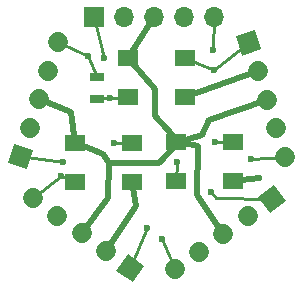
<source format=gbr>
G04 #@! TF.FileFunction,Copper,L1,Top,Signal*
%FSLAX46Y46*%
G04 Gerber Fmt 4.6, Leading zero omitted, Abs format (unit mm)*
G04 Created by KiCad (PCBNEW 4.0.7) date 01/17/18 16:36:00*
%MOMM*%
%LPD*%
G01*
G04 APERTURE LIST*
%ADD10C,0.100000*%
%ADD11R,1.800000X1.400000*%
%ADD12C,1.700000*%
%ADD13R,1.700000X1.700000*%
%ADD14O,1.700000X1.700000*%
%ADD15R,1.300000X0.700000*%
%ADD16C,0.600000*%
%ADD17C,0.500000*%
%ADD18C,0.250000*%
G04 APERTURE END LIST*
D10*
D11*
X157700000Y-86250000D03*
X157700000Y-89550000D03*
X162500000Y-89550000D03*
X162500000Y-86250000D03*
X161800000Y-93400000D03*
X161800000Y-96700000D03*
X166600000Y-96700000D03*
X166600000Y-93400000D03*
X153250000Y-93450000D03*
X153250000Y-96750000D03*
X158050000Y-96750000D03*
X158050000Y-93450000D03*
D10*
G36*
X149671062Y-94054266D02*
X149145734Y-95671062D01*
X147528938Y-95145734D01*
X148054266Y-93528938D01*
X149671062Y-94054266D01*
X149671062Y-94054266D01*
G37*
D12*
X149384903Y-92184316D02*
X149384903Y-92184316D01*
X150169806Y-89768633D02*
X150169806Y-89768633D01*
X150954709Y-87352949D02*
X150954709Y-87352949D01*
X151739613Y-84937266D02*
X151739613Y-84937266D01*
D10*
G36*
X167354266Y-86071062D02*
X166828938Y-84454266D01*
X168445734Y-83928938D01*
X168971062Y-85545734D01*
X167354266Y-86071062D01*
X167354266Y-86071062D01*
G37*
D12*
X168684903Y-87415684D02*
X168684903Y-87415684D01*
X169469806Y-89831367D02*
X169469806Y-89831367D01*
X170254709Y-92247051D02*
X170254709Y-92247051D01*
X171039613Y-94662734D02*
X171039613Y-94662734D01*
D10*
G36*
X168712718Y-98011953D02*
X170088047Y-97012718D01*
X171087282Y-98388047D01*
X169711953Y-99387282D01*
X168712718Y-98011953D01*
X168712718Y-98011953D01*
G37*
D12*
X167845097Y-99692975D02*
X167845097Y-99692975D01*
X165790194Y-101185949D02*
X165790194Y-101185949D01*
X163735291Y-102678924D02*
X163735291Y-102678924D01*
X161680387Y-104171898D02*
X161680387Y-104171898D01*
D13*
X154800000Y-82800000D03*
D14*
X157340000Y-82800000D03*
X159880000Y-82800000D03*
X162420000Y-82800000D03*
X164960000Y-82800000D03*
D10*
G36*
X157711953Y-102912718D02*
X159087282Y-103911953D01*
X158088047Y-105287282D01*
X156712718Y-104288047D01*
X157711953Y-102912718D01*
X157711953Y-102912718D01*
G37*
D12*
X155845097Y-102607025D02*
X155845097Y-102607025D01*
X153790194Y-101114051D02*
X153790194Y-101114051D01*
X151735291Y-99621076D02*
X151735291Y-99621076D01*
X149680387Y-98128102D02*
X149680387Y-98128102D01*
D15*
X155100000Y-87850000D03*
X155100000Y-89750000D03*
D16*
X168800000Y-96450000D03*
X154300000Y-86100000D03*
X164900000Y-85600000D03*
X168150000Y-94800000D03*
X160550000Y-101600000D03*
X152000000Y-96250000D03*
X155650000Y-86300000D03*
X164950000Y-87300000D03*
X159350000Y-100700000D03*
X152200000Y-95100000D03*
X164700000Y-97650000D03*
X156550000Y-93450000D03*
X161850000Y-95050000D03*
X165100000Y-93400000D03*
X156200000Y-89700000D03*
D17*
X165790194Y-101185949D02*
X163553909Y-97887666D01*
X163553909Y-97887666D02*
X163596139Y-93754373D01*
X163596139Y-93754373D02*
X161982880Y-93379680D01*
X153790194Y-101114051D02*
X156027120Y-98099880D01*
X156027120Y-98099880D02*
X156093536Y-95150981D01*
X150169806Y-89768633D02*
X152900000Y-90850000D01*
X152900000Y-90850000D02*
X153250000Y-93450000D01*
X164527313Y-91539467D02*
X169469806Y-89831367D01*
X159880000Y-82800000D02*
X157700000Y-86250000D01*
X153168720Y-93429680D02*
X155610560Y-94447360D01*
X157740640Y-86250000D02*
X159989520Y-88940640D01*
X159989520Y-88940640D02*
X160020000Y-91150440D01*
D18*
X155610560Y-94447360D02*
X155612160Y-94448566D01*
X153168720Y-93429680D02*
X153168720Y-93429680D01*
D17*
X155610560Y-94447360D02*
X156093536Y-95150981D01*
X160020000Y-91150440D02*
X161982880Y-93379680D01*
X163936680Y-92811600D02*
X161982880Y-93379680D01*
X164531040Y-91531440D02*
X164527313Y-91539467D01*
X164527313Y-91539467D02*
X163936680Y-92811600D01*
X156093536Y-95150981D02*
X160349988Y-95150000D01*
X160349988Y-95150000D02*
X161982880Y-93379680D01*
X162500000Y-89550000D02*
X168684903Y-87415684D01*
X155845097Y-102607025D02*
X158400000Y-98850000D01*
X158400000Y-98850000D02*
X158050000Y-96750000D01*
X166600000Y-96700000D02*
X168800000Y-96450000D01*
D18*
X155100000Y-87850000D02*
X154300000Y-86100000D01*
X151739613Y-84937266D02*
X154300000Y-86100000D01*
X164960000Y-82800000D02*
X164900000Y-85600000D01*
X171039613Y-94662734D02*
X168150000Y-94800000D01*
X161680387Y-104171898D02*
X160550000Y-101600000D01*
X149680387Y-98128102D02*
X152000000Y-96250000D01*
X153250000Y-96750000D02*
X152000000Y-96250000D01*
X154800000Y-82800000D02*
X155650000Y-86300000D01*
X162500000Y-86250000D02*
X164950000Y-87300000D01*
X167900000Y-85000000D02*
X164950000Y-87300000D01*
X157900000Y-104100000D02*
X159350000Y-100700000D01*
X148600000Y-94600000D02*
X152200000Y-95100000D01*
X169900000Y-98200000D02*
X165150000Y-98150000D01*
X165150000Y-98150000D02*
X164700000Y-97650000D01*
X161800000Y-96700000D02*
X161850000Y-95050000D01*
X156550000Y-93450000D02*
X158050000Y-93450000D01*
X156200000Y-89700000D02*
X155100000Y-89750000D01*
X157700000Y-89550000D02*
X156200000Y-89700000D01*
X165100000Y-93400000D02*
X166600000Y-93400000D01*
M02*

</source>
